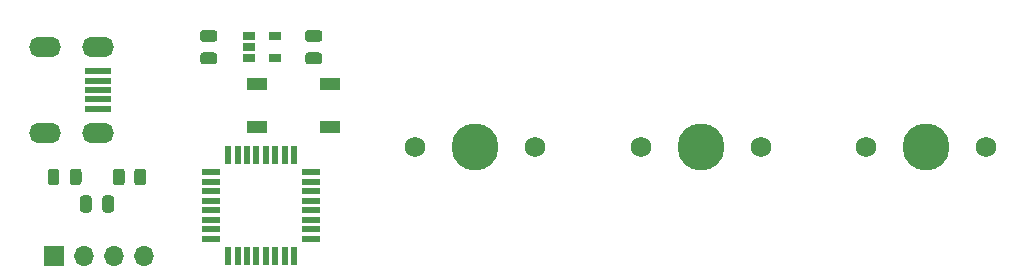
<source format=gbr>
%TF.GenerationSoftware,KiCad,Pcbnew,(5.1.9)-1*%
%TF.CreationDate,2021-08-14T02:32:22-04:00*%
%TF.ProjectId,samd21,73616d64-3231-42e6-9b69-6361645f7063,rev?*%
%TF.SameCoordinates,Original*%
%TF.FileFunction,Soldermask,Top*%
%TF.FilePolarity,Negative*%
%FSLAX46Y46*%
G04 Gerber Fmt 4.6, Leading zero omitted, Abs format (unit mm)*
G04 Created by KiCad (PCBNEW (5.1.9)-1) date 2021-08-14 02:32:22*
%MOMM*%
%LPD*%
G01*
G04 APERTURE LIST*
%ADD10O,1.700000X1.700000*%
%ADD11R,1.700000X1.700000*%
%ADD12O,2.700000X1.700000*%
%ADD13R,2.250000X0.500000*%
%ADD14R,1.800000X1.100000*%
%ADD15R,1.600000X0.550000*%
%ADD16R,0.550000X1.600000*%
%ADD17R,1.060000X0.650000*%
%ADD18C,1.750000*%
%ADD19C,3.987800*%
G04 APERTURE END LIST*
D10*
%TO.C,J1*%
X101346000Y-72009000D03*
X98806000Y-72009000D03*
X96266000Y-72009000D03*
D11*
X93726000Y-72009000D03*
%TD*%
D12*
%TO.C,USB1*%
X92964000Y-54262000D03*
X92964000Y-61562000D03*
X97464000Y-61562000D03*
X97464000Y-54262000D03*
D13*
X97464000Y-56312000D03*
X97464000Y-57112000D03*
X97464000Y-57912000D03*
X97464000Y-58712000D03*
X97464000Y-59512000D03*
%TD*%
D14*
%TO.C,SW1*%
X110894000Y-61087000D03*
X117094000Y-57387000D03*
X110894000Y-57387000D03*
X117094000Y-61087000D03*
%TD*%
D15*
%TO.C,U2*%
X107002000Y-70491000D03*
X107002000Y-69691000D03*
X107002000Y-68891000D03*
X107002000Y-68091000D03*
X107002000Y-67291000D03*
X107002000Y-66491000D03*
X107002000Y-65691000D03*
X107002000Y-64891000D03*
D16*
X108452000Y-63441000D03*
X109252000Y-63441000D03*
X110052000Y-63441000D03*
X110852000Y-63441000D03*
X111652000Y-63441000D03*
X112452000Y-63441000D03*
X113252000Y-63441000D03*
X114052000Y-63441000D03*
D15*
X115502000Y-64891000D03*
X115502000Y-65691000D03*
X115502000Y-66491000D03*
X115502000Y-67291000D03*
X115502000Y-68091000D03*
X115502000Y-68891000D03*
X115502000Y-69691000D03*
X115502000Y-70491000D03*
D16*
X114052000Y-71941000D03*
X113252000Y-71941000D03*
X112452000Y-71941000D03*
X111652000Y-71941000D03*
X110852000Y-71941000D03*
X110052000Y-71941000D03*
X109252000Y-71941000D03*
X108452000Y-71941000D03*
%TD*%
D17*
%TO.C,U1*%
X112436000Y-53340000D03*
X112436000Y-55240000D03*
X110236000Y-55240000D03*
X110236000Y-54290000D03*
X110236000Y-53340000D03*
%TD*%
%TO.C,R1*%
G36*
G01*
X99699500Y-64827999D02*
X99699500Y-65728001D01*
G75*
G02*
X99449501Y-65978000I-249999J0D01*
G01*
X98924499Y-65978000D01*
G75*
G02*
X98674500Y-65728001I0J249999D01*
G01*
X98674500Y-64827999D01*
G75*
G02*
X98924499Y-64578000I249999J0D01*
G01*
X99449501Y-64578000D01*
G75*
G02*
X99699500Y-64827999I0J-249999D01*
G01*
G37*
G36*
G01*
X101524500Y-64827999D02*
X101524500Y-65728001D01*
G75*
G02*
X101274501Y-65978000I-249999J0D01*
G01*
X100749499Y-65978000D01*
G75*
G02*
X100499500Y-65728001I0J249999D01*
G01*
X100499500Y-64827999D01*
G75*
G02*
X100749499Y-64578000I249999J0D01*
G01*
X101274501Y-64578000D01*
G75*
G02*
X101524500Y-64827999I0J-249999D01*
G01*
G37*
%TD*%
D18*
%TO.C,MX3*%
X172593000Y-62738000D03*
X162433000Y-62738000D03*
D19*
X167513000Y-62738000D03*
%TD*%
D18*
%TO.C,MX2*%
X153543000Y-62738000D03*
X143383000Y-62738000D03*
D19*
X148463000Y-62738000D03*
%TD*%
D18*
%TO.C,MX1*%
X134470000Y-62724000D03*
X124310000Y-62724000D03*
D19*
X129390000Y-62724000D03*
%TD*%
%TO.C,D1*%
G36*
G01*
X95065000Y-65734250D02*
X95065000Y-64821750D01*
G75*
G02*
X95308750Y-64578000I243750J0D01*
G01*
X95796250Y-64578000D01*
G75*
G02*
X96040000Y-64821750I0J-243750D01*
G01*
X96040000Y-65734250D01*
G75*
G02*
X95796250Y-65978000I-243750J0D01*
G01*
X95308750Y-65978000D01*
G75*
G02*
X95065000Y-65734250I0J243750D01*
G01*
G37*
G36*
G01*
X93190000Y-65734250D02*
X93190000Y-64821750D01*
G75*
G02*
X93433750Y-64578000I243750J0D01*
G01*
X93921250Y-64578000D01*
G75*
G02*
X94165000Y-64821750I0J-243750D01*
G01*
X94165000Y-65734250D01*
G75*
G02*
X93921250Y-65978000I-243750J0D01*
G01*
X93433750Y-65978000D01*
G75*
G02*
X93190000Y-65734250I0J243750D01*
G01*
G37*
%TD*%
%TO.C,C3*%
G36*
G01*
X115222000Y-54740000D02*
X116172000Y-54740000D01*
G75*
G02*
X116422000Y-54990000I0J-250000D01*
G01*
X116422000Y-55490000D01*
G75*
G02*
X116172000Y-55740000I-250000J0D01*
G01*
X115222000Y-55740000D01*
G75*
G02*
X114972000Y-55490000I0J250000D01*
G01*
X114972000Y-54990000D01*
G75*
G02*
X115222000Y-54740000I250000J0D01*
G01*
G37*
G36*
G01*
X115222000Y-52840000D02*
X116172000Y-52840000D01*
G75*
G02*
X116422000Y-53090000I0J-250000D01*
G01*
X116422000Y-53590000D01*
G75*
G02*
X116172000Y-53840000I-250000J0D01*
G01*
X115222000Y-53840000D01*
G75*
G02*
X114972000Y-53590000I0J250000D01*
G01*
X114972000Y-53090000D01*
G75*
G02*
X115222000Y-52840000I250000J0D01*
G01*
G37*
%TD*%
%TO.C,C2*%
G36*
G01*
X106332000Y-54740000D02*
X107282000Y-54740000D01*
G75*
G02*
X107532000Y-54990000I0J-250000D01*
G01*
X107532000Y-55490000D01*
G75*
G02*
X107282000Y-55740000I-250000J0D01*
G01*
X106332000Y-55740000D01*
G75*
G02*
X106082000Y-55490000I0J250000D01*
G01*
X106082000Y-54990000D01*
G75*
G02*
X106332000Y-54740000I250000J0D01*
G01*
G37*
G36*
G01*
X106332000Y-52840000D02*
X107282000Y-52840000D01*
G75*
G02*
X107532000Y-53090000I0J-250000D01*
G01*
X107532000Y-53590000D01*
G75*
G02*
X107282000Y-53840000I-250000J0D01*
G01*
X106332000Y-53840000D01*
G75*
G02*
X106082000Y-53590000I0J250000D01*
G01*
X106082000Y-53090000D01*
G75*
G02*
X106332000Y-52840000I250000J0D01*
G01*
G37*
%TD*%
%TO.C,C1*%
G36*
G01*
X97798000Y-68039000D02*
X97798000Y-67089000D01*
G75*
G02*
X98048000Y-66839000I250000J0D01*
G01*
X98548000Y-66839000D01*
G75*
G02*
X98798000Y-67089000I0J-250000D01*
G01*
X98798000Y-68039000D01*
G75*
G02*
X98548000Y-68289000I-250000J0D01*
G01*
X98048000Y-68289000D01*
G75*
G02*
X97798000Y-68039000I0J250000D01*
G01*
G37*
G36*
G01*
X95898000Y-68039000D02*
X95898000Y-67089000D01*
G75*
G02*
X96148000Y-66839000I250000J0D01*
G01*
X96648000Y-66839000D01*
G75*
G02*
X96898000Y-67089000I0J-250000D01*
G01*
X96898000Y-68039000D01*
G75*
G02*
X96648000Y-68289000I-250000J0D01*
G01*
X96148000Y-68289000D01*
G75*
G02*
X95898000Y-68039000I0J250000D01*
G01*
G37*
%TD*%
M02*

</source>
